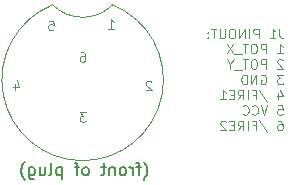
<source format=gbo>
%TF.GenerationSoftware,KiCad,Pcbnew,(5.1.8)-1*%
%TF.CreationDate,2021-01-22T22:39:58+01:00*%
%TF.ProjectId,D32 Joystick Adapter,44333220-4a6f-4797-9374-69636b204164,rev?*%
%TF.SameCoordinates,Original*%
%TF.FileFunction,Legend,Bot*%
%TF.FilePolarity,Positive*%
%FSLAX46Y46*%
G04 Gerber Fmt 4.6, Leading zero omitted, Abs format (unit mm)*
G04 Created by KiCad (PCBNEW (5.1.8)-1) date 2021-01-22 22:39:58*
%MOMM*%
%LPD*%
G01*
G04 APERTURE LIST*
%ADD10C,0.100000*%
%ADD11C,0.150000*%
%ADD12C,0.120000*%
G04 APERTURE END LIST*
D10*
X139342952Y-82021904D02*
X139342952Y-82593333D01*
X139381047Y-82707619D01*
X139457238Y-82783809D01*
X139571523Y-82821904D01*
X139647714Y-82821904D01*
X138542952Y-82821904D02*
X139000095Y-82821904D01*
X138771523Y-82821904D02*
X138771523Y-82021904D01*
X138847714Y-82136190D01*
X138923904Y-82212380D01*
X139000095Y-82250476D01*
X137590571Y-82821904D02*
X137590571Y-82021904D01*
X137285809Y-82021904D01*
X137209619Y-82060000D01*
X137171523Y-82098095D01*
X137133428Y-82174285D01*
X137133428Y-82288571D01*
X137171523Y-82364761D01*
X137209619Y-82402857D01*
X137285809Y-82440952D01*
X137590571Y-82440952D01*
X136790571Y-82821904D02*
X136790571Y-82021904D01*
X136409619Y-82821904D02*
X136409619Y-82021904D01*
X135952476Y-82821904D01*
X135952476Y-82021904D01*
X135419142Y-82021904D02*
X135266761Y-82021904D01*
X135190571Y-82060000D01*
X135114380Y-82136190D01*
X135076285Y-82288571D01*
X135076285Y-82555238D01*
X135114380Y-82707619D01*
X135190571Y-82783809D01*
X135266761Y-82821904D01*
X135419142Y-82821904D01*
X135495333Y-82783809D01*
X135571523Y-82707619D01*
X135609619Y-82555238D01*
X135609619Y-82288571D01*
X135571523Y-82136190D01*
X135495333Y-82060000D01*
X135419142Y-82021904D01*
X134733428Y-82021904D02*
X134733428Y-82669523D01*
X134695333Y-82745714D01*
X134657238Y-82783809D01*
X134581047Y-82821904D01*
X134428666Y-82821904D01*
X134352476Y-82783809D01*
X134314380Y-82745714D01*
X134276285Y-82669523D01*
X134276285Y-82021904D01*
X134009619Y-82021904D02*
X133552476Y-82021904D01*
X133781047Y-82821904D02*
X133781047Y-82021904D01*
X133285809Y-82745714D02*
X133247714Y-82783809D01*
X133285809Y-82821904D01*
X133323904Y-82783809D01*
X133285809Y-82745714D01*
X133285809Y-82821904D01*
X133285809Y-82326666D02*
X133247714Y-82364761D01*
X133285809Y-82402857D01*
X133323904Y-82364761D01*
X133285809Y-82326666D01*
X133285809Y-82402857D01*
X139152476Y-84121904D02*
X139609619Y-84121904D01*
X139381047Y-84121904D02*
X139381047Y-83321904D01*
X139457238Y-83436190D01*
X139533428Y-83512380D01*
X139609619Y-83550476D01*
X138200095Y-84121904D02*
X138200095Y-83321904D01*
X137895333Y-83321904D01*
X137819142Y-83360000D01*
X137781047Y-83398095D01*
X137742952Y-83474285D01*
X137742952Y-83588571D01*
X137781047Y-83664761D01*
X137819142Y-83702857D01*
X137895333Y-83740952D01*
X138200095Y-83740952D01*
X137247714Y-83321904D02*
X137095333Y-83321904D01*
X137019142Y-83360000D01*
X136942952Y-83436190D01*
X136904857Y-83588571D01*
X136904857Y-83855238D01*
X136942952Y-84007619D01*
X137019142Y-84083809D01*
X137095333Y-84121904D01*
X137247714Y-84121904D01*
X137323904Y-84083809D01*
X137400095Y-84007619D01*
X137438190Y-83855238D01*
X137438190Y-83588571D01*
X137400095Y-83436190D01*
X137323904Y-83360000D01*
X137247714Y-83321904D01*
X136676285Y-83321904D02*
X136219142Y-83321904D01*
X136447714Y-84121904D02*
X136447714Y-83321904D01*
X136142952Y-84198095D02*
X135533428Y-84198095D01*
X135419142Y-83321904D02*
X134885809Y-84121904D01*
X134885809Y-83321904D02*
X135419142Y-84121904D01*
X139609619Y-84698095D02*
X139571523Y-84660000D01*
X139495333Y-84621904D01*
X139304857Y-84621904D01*
X139228666Y-84660000D01*
X139190571Y-84698095D01*
X139152476Y-84774285D01*
X139152476Y-84850476D01*
X139190571Y-84964761D01*
X139647714Y-85421904D01*
X139152476Y-85421904D01*
X138200095Y-85421904D02*
X138200095Y-84621904D01*
X137895333Y-84621904D01*
X137819142Y-84660000D01*
X137781047Y-84698095D01*
X137742952Y-84774285D01*
X137742952Y-84888571D01*
X137781047Y-84964761D01*
X137819142Y-85002857D01*
X137895333Y-85040952D01*
X138200095Y-85040952D01*
X137247714Y-84621904D02*
X137095333Y-84621904D01*
X137019142Y-84660000D01*
X136942952Y-84736190D01*
X136904857Y-84888571D01*
X136904857Y-85155238D01*
X136942952Y-85307619D01*
X137019142Y-85383809D01*
X137095333Y-85421904D01*
X137247714Y-85421904D01*
X137323904Y-85383809D01*
X137400095Y-85307619D01*
X137438190Y-85155238D01*
X137438190Y-84888571D01*
X137400095Y-84736190D01*
X137323904Y-84660000D01*
X137247714Y-84621904D01*
X136676285Y-84621904D02*
X136219142Y-84621904D01*
X136447714Y-85421904D02*
X136447714Y-84621904D01*
X136142952Y-85498095D02*
X135533428Y-85498095D01*
X135190571Y-85040952D02*
X135190571Y-85421904D01*
X135457238Y-84621904D02*
X135190571Y-85040952D01*
X134923904Y-84621904D01*
X139647714Y-85921904D02*
X139152476Y-85921904D01*
X139419142Y-86226666D01*
X139304857Y-86226666D01*
X139228666Y-86264761D01*
X139190571Y-86302857D01*
X139152476Y-86379047D01*
X139152476Y-86569523D01*
X139190571Y-86645714D01*
X139228666Y-86683809D01*
X139304857Y-86721904D01*
X139533428Y-86721904D01*
X139609619Y-86683809D01*
X139647714Y-86645714D01*
X137781047Y-85960000D02*
X137857238Y-85921904D01*
X137971523Y-85921904D01*
X138085809Y-85960000D01*
X138162000Y-86036190D01*
X138200095Y-86112380D01*
X138238190Y-86264761D01*
X138238190Y-86379047D01*
X138200095Y-86531428D01*
X138162000Y-86607619D01*
X138085809Y-86683809D01*
X137971523Y-86721904D01*
X137895333Y-86721904D01*
X137781047Y-86683809D01*
X137742952Y-86645714D01*
X137742952Y-86379047D01*
X137895333Y-86379047D01*
X137400095Y-86721904D02*
X137400095Y-85921904D01*
X136942952Y-86721904D01*
X136942952Y-85921904D01*
X136562000Y-86721904D02*
X136562000Y-85921904D01*
X136371523Y-85921904D01*
X136257238Y-85960000D01*
X136181047Y-86036190D01*
X136142952Y-86112380D01*
X136104857Y-86264761D01*
X136104857Y-86379047D01*
X136142952Y-86531428D01*
X136181047Y-86607619D01*
X136257238Y-86683809D01*
X136371523Y-86721904D01*
X136562000Y-86721904D01*
X139228666Y-87488571D02*
X139228666Y-88021904D01*
X139419142Y-87183809D02*
X139609619Y-87755238D01*
X139114380Y-87755238D01*
X137628666Y-87183809D02*
X138314380Y-88212380D01*
X137095333Y-87602857D02*
X137362000Y-87602857D01*
X137362000Y-88021904D02*
X137362000Y-87221904D01*
X136981047Y-87221904D01*
X136676285Y-88021904D02*
X136676285Y-87221904D01*
X135838190Y-88021904D02*
X136104857Y-87640952D01*
X136295333Y-88021904D02*
X136295333Y-87221904D01*
X135990571Y-87221904D01*
X135914380Y-87260000D01*
X135876285Y-87298095D01*
X135838190Y-87374285D01*
X135838190Y-87488571D01*
X135876285Y-87564761D01*
X135914380Y-87602857D01*
X135990571Y-87640952D01*
X136295333Y-87640952D01*
X135495333Y-87602857D02*
X135228666Y-87602857D01*
X135114380Y-88021904D02*
X135495333Y-88021904D01*
X135495333Y-87221904D01*
X135114380Y-87221904D01*
X134352476Y-88021904D02*
X134809619Y-88021904D01*
X134581047Y-88021904D02*
X134581047Y-87221904D01*
X134657238Y-87336190D01*
X134733428Y-87412380D01*
X134809619Y-87450476D01*
X139190571Y-88521904D02*
X139571523Y-88521904D01*
X139609619Y-88902857D01*
X139571523Y-88864761D01*
X139495333Y-88826666D01*
X139304857Y-88826666D01*
X139228666Y-88864761D01*
X139190571Y-88902857D01*
X139152476Y-88979047D01*
X139152476Y-89169523D01*
X139190571Y-89245714D01*
X139228666Y-89283809D01*
X139304857Y-89321904D01*
X139495333Y-89321904D01*
X139571523Y-89283809D01*
X139609619Y-89245714D01*
X138314380Y-88521904D02*
X138047714Y-89321904D01*
X137781047Y-88521904D01*
X137057238Y-89245714D02*
X137095333Y-89283809D01*
X137209619Y-89321904D01*
X137285809Y-89321904D01*
X137400095Y-89283809D01*
X137476285Y-89207619D01*
X137514380Y-89131428D01*
X137552476Y-88979047D01*
X137552476Y-88864761D01*
X137514380Y-88712380D01*
X137476285Y-88636190D01*
X137400095Y-88560000D01*
X137285809Y-88521904D01*
X137209619Y-88521904D01*
X137095333Y-88560000D01*
X137057238Y-88598095D01*
X136257238Y-89245714D02*
X136295333Y-89283809D01*
X136409619Y-89321904D01*
X136485809Y-89321904D01*
X136600095Y-89283809D01*
X136676285Y-89207619D01*
X136714380Y-89131428D01*
X136752476Y-88979047D01*
X136752476Y-88864761D01*
X136714380Y-88712380D01*
X136676285Y-88636190D01*
X136600095Y-88560000D01*
X136485809Y-88521904D01*
X136409619Y-88521904D01*
X136295333Y-88560000D01*
X136257238Y-88598095D01*
X139228666Y-89821904D02*
X139381047Y-89821904D01*
X139457238Y-89860000D01*
X139495333Y-89898095D01*
X139571523Y-90012380D01*
X139609619Y-90164761D01*
X139609619Y-90469523D01*
X139571523Y-90545714D01*
X139533428Y-90583809D01*
X139457238Y-90621904D01*
X139304857Y-90621904D01*
X139228666Y-90583809D01*
X139190571Y-90545714D01*
X139152476Y-90469523D01*
X139152476Y-90279047D01*
X139190571Y-90202857D01*
X139228666Y-90164761D01*
X139304857Y-90126666D01*
X139457238Y-90126666D01*
X139533428Y-90164761D01*
X139571523Y-90202857D01*
X139609619Y-90279047D01*
X137628666Y-89783809D02*
X138314380Y-90812380D01*
X137095333Y-90202857D02*
X137362000Y-90202857D01*
X137362000Y-90621904D02*
X137362000Y-89821904D01*
X136981047Y-89821904D01*
X136676285Y-90621904D02*
X136676285Y-89821904D01*
X135838190Y-90621904D02*
X136104857Y-90240952D01*
X136295333Y-90621904D02*
X136295333Y-89821904D01*
X135990571Y-89821904D01*
X135914380Y-89860000D01*
X135876285Y-89898095D01*
X135838190Y-89974285D01*
X135838190Y-90088571D01*
X135876285Y-90164761D01*
X135914380Y-90202857D01*
X135990571Y-90240952D01*
X136295333Y-90240952D01*
X135495333Y-90202857D02*
X135228666Y-90202857D01*
X135114380Y-90621904D02*
X135495333Y-90621904D01*
X135495333Y-89821904D01*
X135114380Y-89821904D01*
X134809619Y-89898095D02*
X134771523Y-89860000D01*
X134695333Y-89821904D01*
X134504857Y-89821904D01*
X134428666Y-89860000D01*
X134390571Y-89898095D01*
X134352476Y-89974285D01*
X134352476Y-90050476D01*
X134390571Y-90164761D01*
X134847714Y-90621904D01*
X134352476Y-90621904D01*
X128498571Y-86506095D02*
X128460476Y-86468000D01*
X128384285Y-86429904D01*
X128193809Y-86429904D01*
X128117619Y-86468000D01*
X128079523Y-86506095D01*
X128041428Y-86582285D01*
X128041428Y-86658476D01*
X128079523Y-86772761D01*
X128536666Y-87229904D01*
X128041428Y-87229904D01*
X122529619Y-84016904D02*
X122682000Y-84016904D01*
X122758190Y-84055000D01*
X122796285Y-84093095D01*
X122872476Y-84207380D01*
X122910571Y-84359761D01*
X122910571Y-84664523D01*
X122872476Y-84740714D01*
X122834380Y-84778809D01*
X122758190Y-84816904D01*
X122605809Y-84816904D01*
X122529619Y-84778809D01*
X122491523Y-84740714D01*
X122453428Y-84664523D01*
X122453428Y-84474047D01*
X122491523Y-84397857D01*
X122529619Y-84359761D01*
X122605809Y-84321666D01*
X122758190Y-84321666D01*
X122834380Y-84359761D01*
X122872476Y-84397857D01*
X122910571Y-84474047D01*
X122948666Y-89096904D02*
X122453428Y-89096904D01*
X122720095Y-89401666D01*
X122605809Y-89401666D01*
X122529619Y-89439761D01*
X122491523Y-89477857D01*
X122453428Y-89554047D01*
X122453428Y-89744523D01*
X122491523Y-89820714D01*
X122529619Y-89858809D01*
X122605809Y-89896904D01*
X122834380Y-89896904D01*
X122910571Y-89858809D01*
X122948666Y-89820714D01*
X119824523Y-81349904D02*
X120205476Y-81349904D01*
X120243571Y-81730857D01*
X120205476Y-81692761D01*
X120129285Y-81654666D01*
X119938809Y-81654666D01*
X119862619Y-81692761D01*
X119824523Y-81730857D01*
X119786428Y-81807047D01*
X119786428Y-81997523D01*
X119824523Y-82073714D01*
X119862619Y-82111809D01*
X119938809Y-82149904D01*
X120129285Y-82149904D01*
X120205476Y-82111809D01*
X120243571Y-82073714D01*
X124866428Y-82022904D02*
X125323571Y-82022904D01*
X125095000Y-82022904D02*
X125095000Y-81222904D01*
X125171190Y-81337190D01*
X125247380Y-81413380D01*
X125323571Y-81451476D01*
X116941619Y-86696571D02*
X116941619Y-87229904D01*
X117132095Y-86391809D02*
X117322571Y-86963238D01*
X116827333Y-86963238D01*
D11*
X127856619Y-94813333D02*
X127904238Y-94765714D01*
X127999476Y-94622857D01*
X128047095Y-94527619D01*
X128094714Y-94384761D01*
X128142333Y-94146666D01*
X128142333Y-93956190D01*
X128094714Y-93718095D01*
X128047095Y-93575238D01*
X127999476Y-93480000D01*
X127904238Y-93337142D01*
X127856619Y-93289523D01*
X127618523Y-93765714D02*
X127237571Y-93765714D01*
X127475666Y-94432380D02*
X127475666Y-93575238D01*
X127428047Y-93480000D01*
X127332809Y-93432380D01*
X127237571Y-93432380D01*
X126904238Y-94432380D02*
X126904238Y-93765714D01*
X126904238Y-93956190D02*
X126856619Y-93860952D01*
X126809000Y-93813333D01*
X126713761Y-93765714D01*
X126618523Y-93765714D01*
X126142333Y-94432380D02*
X126237571Y-94384761D01*
X126285190Y-94337142D01*
X126332809Y-94241904D01*
X126332809Y-93956190D01*
X126285190Y-93860952D01*
X126237571Y-93813333D01*
X126142333Y-93765714D01*
X125999476Y-93765714D01*
X125904238Y-93813333D01*
X125856619Y-93860952D01*
X125809000Y-93956190D01*
X125809000Y-94241904D01*
X125856619Y-94337142D01*
X125904238Y-94384761D01*
X125999476Y-94432380D01*
X126142333Y-94432380D01*
X125380428Y-93765714D02*
X125380428Y-94432380D01*
X125380428Y-93860952D02*
X125332809Y-93813333D01*
X125237571Y-93765714D01*
X125094714Y-93765714D01*
X124999476Y-93813333D01*
X124951857Y-93908571D01*
X124951857Y-94432380D01*
X124618523Y-93765714D02*
X124237571Y-93765714D01*
X124475666Y-93432380D02*
X124475666Y-94289523D01*
X124428047Y-94384761D01*
X124332809Y-94432380D01*
X124237571Y-94432380D01*
X122999476Y-94432380D02*
X123094714Y-94384761D01*
X123142333Y-94337142D01*
X123189952Y-94241904D01*
X123189952Y-93956190D01*
X123142333Y-93860952D01*
X123094714Y-93813333D01*
X122999476Y-93765714D01*
X122856619Y-93765714D01*
X122761380Y-93813333D01*
X122713761Y-93860952D01*
X122666142Y-93956190D01*
X122666142Y-94241904D01*
X122713761Y-94337142D01*
X122761380Y-94384761D01*
X122856619Y-94432380D01*
X122999476Y-94432380D01*
X122380428Y-93765714D02*
X121999476Y-93765714D01*
X122237571Y-94432380D02*
X122237571Y-93575238D01*
X122189952Y-93480000D01*
X122094714Y-93432380D01*
X121999476Y-93432380D01*
X120904238Y-93765714D02*
X120904238Y-94765714D01*
X120904238Y-93813333D02*
X120809000Y-93765714D01*
X120618523Y-93765714D01*
X120523285Y-93813333D01*
X120475666Y-93860952D01*
X120428047Y-93956190D01*
X120428047Y-94241904D01*
X120475666Y-94337142D01*
X120523285Y-94384761D01*
X120618523Y-94432380D01*
X120809000Y-94432380D01*
X120904238Y-94384761D01*
X119856619Y-94432380D02*
X119951857Y-94384761D01*
X119999476Y-94289523D01*
X119999476Y-93432380D01*
X119047095Y-93765714D02*
X119047095Y-94432380D01*
X119475666Y-93765714D02*
X119475666Y-94289523D01*
X119428047Y-94384761D01*
X119332809Y-94432380D01*
X119189952Y-94432380D01*
X119094714Y-94384761D01*
X119047095Y-94337142D01*
X118142333Y-93765714D02*
X118142333Y-94575238D01*
X118189952Y-94670476D01*
X118237571Y-94718095D01*
X118332809Y-94765714D01*
X118475666Y-94765714D01*
X118570904Y-94718095D01*
X118142333Y-94384761D02*
X118237571Y-94432380D01*
X118428047Y-94432380D01*
X118523285Y-94384761D01*
X118570904Y-94337142D01*
X118618523Y-94241904D01*
X118618523Y-93956190D01*
X118570904Y-93860952D01*
X118523285Y-93813333D01*
X118428047Y-93765714D01*
X118237571Y-93765714D01*
X118142333Y-93813333D01*
X117761380Y-94813333D02*
X117713761Y-94765714D01*
X117618523Y-94622857D01*
X117570904Y-94527619D01*
X117523285Y-94384761D01*
X117475666Y-94146666D01*
X117475666Y-93956190D01*
X117523285Y-93718095D01*
X117570904Y-93575238D01*
X117618523Y-93480000D01*
X117713761Y-93337142D01*
X117761380Y-93289523D01*
D12*
%TO.C,J1*%
X125221688Y-80009876D02*
G75*
G02*
X120142001Y-80010001I-2539688J-6350124D01*
G01*
X125222000Y-80009998D02*
G75*
G02*
X120142002Y-80010000I-2540000J2539998D01*
G01*
%TD*%
M02*

</source>
